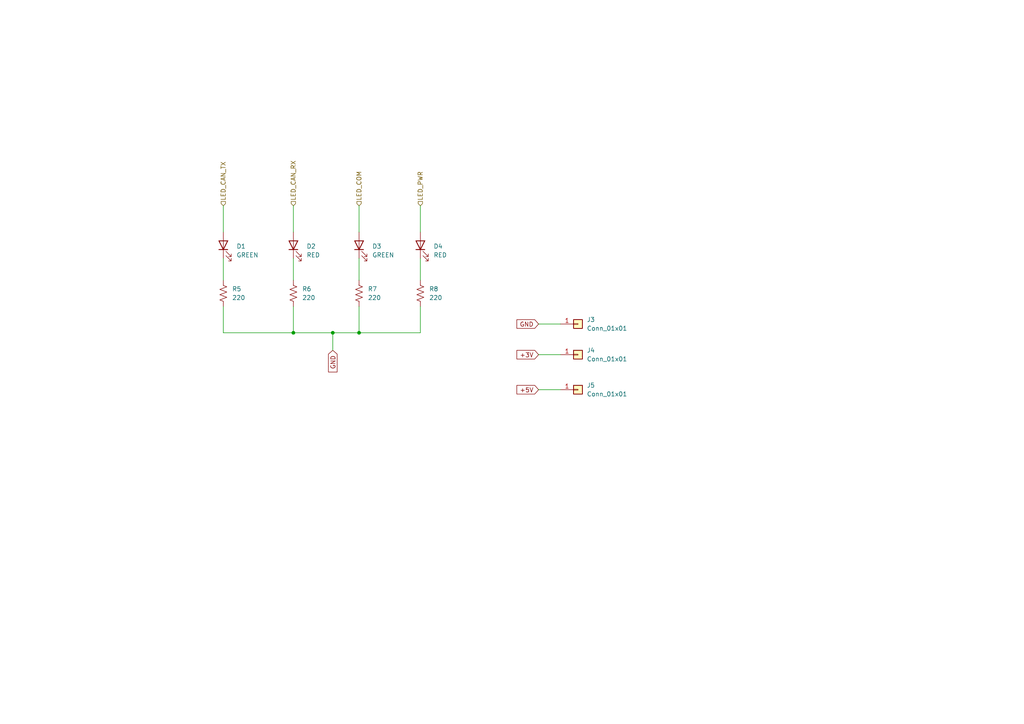
<source format=kicad_sch>
(kicad_sch (version 20230121) (generator eeschema)
  (paper "A4")
  (lib_symbols
    (symbol "Connector_Generic:Conn_01x01" (pin_names (offset 1.016) hide)
      (property "Reference" "J" (at 0 2.54 0))
      (property "Value" "Conn_01x01" (at 0 -2.54 0))
      (symbol "Conn_01x01_1_1"
        (rectangle (start -1.27 0.127) (end 0 -0.127) (stroke (width 0.1524)))
        (rectangle (start -1.27 1.27) (end 1.27 -1.27) (stroke (width 0.254)) (fill (type background)))
        (pin passive line (at -5.08 0 0) (length 3.81) (name "Pin_1") (number "1"))
      )
    )
    (symbol "Device:LED" (pin_numbers hide) (pin_names (offset 1.016) hide)
      (property "Reference" "D" (at 0 2.54 0))
      (property "Value" "LED" (at 0 -2.54 0))
      (symbol "LED_0_1"
        (polyline (pts (xy -1.27 -1.27) (xy -1.27 1.27)) (stroke (width 0.254)))
        (polyline (pts (xy -1.27 0) (xy 1.27 0)))
        (polyline (pts (xy 1.27 -1.27) (xy 1.27 1.27) (xy -1.27 0) (xy 1.27 -1.27)) (stroke (width 0.254)))
        (polyline (pts (xy -3.048 -0.762) (xy -4.572 -2.286) (xy -3.81 -2.286) (xy -4.572 -2.286) (xy -4.572 -1.524)))
        (polyline (pts (xy -1.778 -0.762) (xy -3.302 -2.286) (xy -2.54 -2.286) (xy -3.302 -2.286) (xy -3.302 -1.524)))
      )
      (symbol "LED_1_1"
        (pin passive line (at -3.81 0 0) (length 2.54) (name "K") (number "1"))
        (pin passive line (at 3.81 0 180) (length 2.54) (name "A") (number "2"))
      )
    )
    (symbol "Device:R_US" (pin_numbers hide) (pin_names (offset 0))
      (property "Reference" "R" (at 2.54 0 90))
      (property "Value" "R_US" (at -2.54 0 90))
      (symbol "R_US_0_1"
        (polyline (pts (xy 0 -2.286) (xy 0 -2.54)))
        (polyline (pts (xy 0 2.286) (xy 0 2.54)))
        (polyline (pts (xy 0 -0.762) (xy 1.016 -1.143) (xy 0 -1.524) (xy -1.016 -1.905) (xy 0 -2.286)))
        (polyline (pts (xy 0 0.762) (xy 1.016 0.381) (xy 0 0) (xy -1.016 -0.381) (xy 0 -0.762)))
        (polyline (pts (xy 0 2.286) (xy 1.016 1.905) (xy 0 1.524) (xy -1.016 1.143) (xy 0 0.762)))
      )
      (symbol "R_US_1_1"
        (pin passive line (at 0 3.81 270) (length 1.27) (name "~") (number "1"))
        (pin passive line (at 0 -3.81 90) (length 1.27) (name "~") (number "2"))
      )
    )
  )
  (junction (at 104.14 96.52))
  (junction (at 96.52 96.52))
  (junction (at 85.09 96.52))
  (wire (pts (xy 104.14 59.69) (xy 104.14 67.31)))
  (wire (pts (xy 156.21 102.87) (xy 162.56 102.87)))
  (wire (pts (xy 104.14 88.9) (xy 104.14 96.52)))
  (wire (pts (xy 64.77 74.93) (xy 64.77 81.28)))
  (wire (pts (xy 121.92 74.93) (xy 121.92 81.28)))
  (wire (pts (xy 121.92 59.69) (xy 121.92 67.31)))
  (wire (pts (xy 85.09 88.9) (xy 85.09 96.52)))
  (wire (pts (xy 156.21 113.03) (xy 162.56 113.03)))
  (wire (pts (xy 64.77 88.9) (xy 64.77 96.52)))
  (wire (pts (xy 121.92 96.52) (xy 121.92 88.9)))
  (wire (pts (xy 64.77 59.69) (xy 64.77 67.31)))
  (wire (pts (xy 104.14 74.93) (xy 104.14 81.28)))
  (wire (pts (xy 85.09 59.69) (xy 85.09 67.31)))
  (wire (pts (xy 85.09 96.52) (xy 96.52 96.52)))
  (wire (pts (xy 64.77 96.52) (xy 85.09 96.52)))
  (wire (pts (xy 104.14 96.52) (xy 121.92 96.52)))
  (wire (pts (xy 96.52 96.52) (xy 96.52 101.6)))
  (wire (pts (xy 85.09 74.93) (xy 85.09 81.28)))
  (wire (pts (xy 156.21 93.98) (xy 162.56 93.98)))
  (wire (pts (xy 96.52 96.52) (xy 104.14 96.52)))
  (global_label "GND" (shape input) (at 96.52 101.6 270) (property "Intersheetrefs" "${INTERSHEET_REFS}" (effects hide)))
  (global_label "GND" (shape input) (at 156.21 93.98 180) (property "Intersheetrefs" "${INTERSHEET_REFS}" (effects hide)))
  (global_label "+3V" (shape input) (at 156.21 102.87 180) (property "Intersheetrefs" "${INTERSHEET_REFS}" (effects hide)))
  (global_label "+5V" (shape input) (at 156.21 113.03 180) (property "Intersheetrefs" "${INTERSHEET_REFS}" (effects hide)))
  (hierarchical_label "LED_CAN_TX" (shape input) (at 64.77 59.69 90))
  (hierarchical_label "LED_PWR" (shape input) (at 121.92 59.69 90))
  (hierarchical_label "LED_CAN_RX" (shape input) (at 85.09 59.69 90))
  (hierarchical_label "LED_COM" (shape input) (at 104.14 59.69 90))
  (symbol (lib_id "Device:R_US") (at 121.92 85.09 0) (unit 1)
    (property "Reference" "R8" (at 124.46 83.82 0) (effects (justify left)))
    (property "Value" "220" (at 124.46 86.36 0) (effects (justify left)))
    (property "Footprint" "Resistor_SMD:R_0603_1608Metric" (effects hide))
    (property "MPN" "MF-RES-0603-220" (effects hide))
  )
  (symbol (lib_id "Device:R_US") (at 64.77 85.09 0) (unit 1)
    (property "Reference" "R5" (at 67.31 83.82 0) (effects (justify left)))
    (property "Value" "220" (at 67.31 86.36 0) (effects (justify left)))
    (property "Footprint" "Resistor_SMD:R_0603_1608Metric" (effects hide))
    (property "MPN" "MF-RES-0603-220" (effects hide))
  )
  (symbol (lib_id "Device:R_US") (at 104.14 85.09 0) (unit 1)
    (property "Reference" "R7" (at 106.68 83.82 0) (effects (justify left)))
    (property "Value" "220" (at 106.68 86.36 0) (effects (justify left)))
    (property "Footprint" "Resistor_SMD:R_0603_1608Metric" (effects hide))
    (property "MPN" "MF-RES-0603-220" (effects hide))
  )
  (symbol (lib_id "Device:R_US") (at 85.09 85.09 0) (unit 1)
    (property "Reference" "R6" (at 87.63 83.82 0) (effects (justify left)))
    (property "Value" "220" (at 87.63 86.36 0) (effects (justify left)))
    (property "Footprint" "Resistor_SMD:R_0603_1608Metric" (effects hide))
    (property "MPN" "MF-RES-0603-220" (effects hide))
  )
  (symbol (lib_id "Device:LED") (at 121.92 71.12 90) (unit 1)
    (property "Reference" "D4" (at 125.73 71.4375 90) (effects (justify right)))
    (property "Value" "RED" (at 125.73 73.9775 90) (effects (justify right)))
    (property "Footprint" "LED_SMD:LED_0603_1608Metric" (effects hide))
    (property "MPN" "MF-LED-0603-RED" (effects hide))
  )
  (symbol (lib_id "Connector_Generic:Conn_01x01") (at 167.64 102.87 0) (unit 1) (in_bom no)
    (property "Reference" "J4" (at 170.18 101.6 0) (effects (justify left)))
    (property "Value" "Conn_01x01" (at 170.18 104.14 0) (effects (justify left)))
    (property "Footprint" "TestPoint:TestPoint_THTPad_1.0x1.0mm_Drill0.5mm" (effects hide))
  )
  (symbol (lib_id "Connector_Generic:Conn_01x01") (at 167.64 93.98 0) (unit 1) (in_bom no)
    (property "Reference" "J3" (at 170.18 92.71 0) (effects (justify left)))
    (property "Value" "Conn_01x01" (at 170.18 95.25 0) (effects (justify left)))
    (property "Footprint" "TestPoint:TestPoint_THTPad_1.0x1.0mm_Drill0.5mm" (effects hide))
  )
  (symbol (lib_id "Device:LED") (at 85.09 71.12 90) (unit 1)
    (property "Reference" "D2" (at 88.9 71.4375 90) (effects (justify right)))
    (property "Value" "RED" (at 88.9 73.9775 90) (effects (justify right)))
    (property "Footprint" "LED_SMD:LED_0603_1608Metric" (effects hide))
    (property "MPN" "MF-LED-0603-RED" (effects hide))
  )
  (symbol (lib_id "Device:LED") (at 104.14 71.12 90) (unit 1)
    (property "Reference" "D3" (at 107.95 71.4375 90) (effects (justify right)))
    (property "Value" "GREEN" (at 107.95 73.9775 90) (effects (justify right)))
    (property "Footprint" "LED_SMD:LED_0603_1608Metric" (effects hide))
    (property "MPN" "MF-LED-0603-GREEN" (effects hide))
  )
  (symbol (lib_id "Device:LED") (at 64.77 71.12 90) (unit 1)
    (property "Reference" "D1" (at 68.58 71.4375 90) (effects (justify right)))
    (property "Value" "GREEN" (at 68.58 73.9775 90) (effects (justify right)))
    (property "Footprint" "LED_SMD:LED_0603_1608Metric" (effects hide))
    (property "MPN" "MF-LED-0603-GREEN" (effects hide))
  )
  (symbol (lib_id "Connector_Generic:Conn_01x01") (at 167.64 113.03 0) (unit 1) (in_bom no)
    (property "Reference" "J5" (at 170.18 111.76 0) (effects (justify left)))
    (property "Value" "Conn_01x01" (at 170.18 114.3 0) (effects (justify left)))
    (property "Footprint" "TestPoint:TestPoint_THTPad_1.0x1.0mm_Drill0.5mm" (effects hide))
  )
)
</source>
